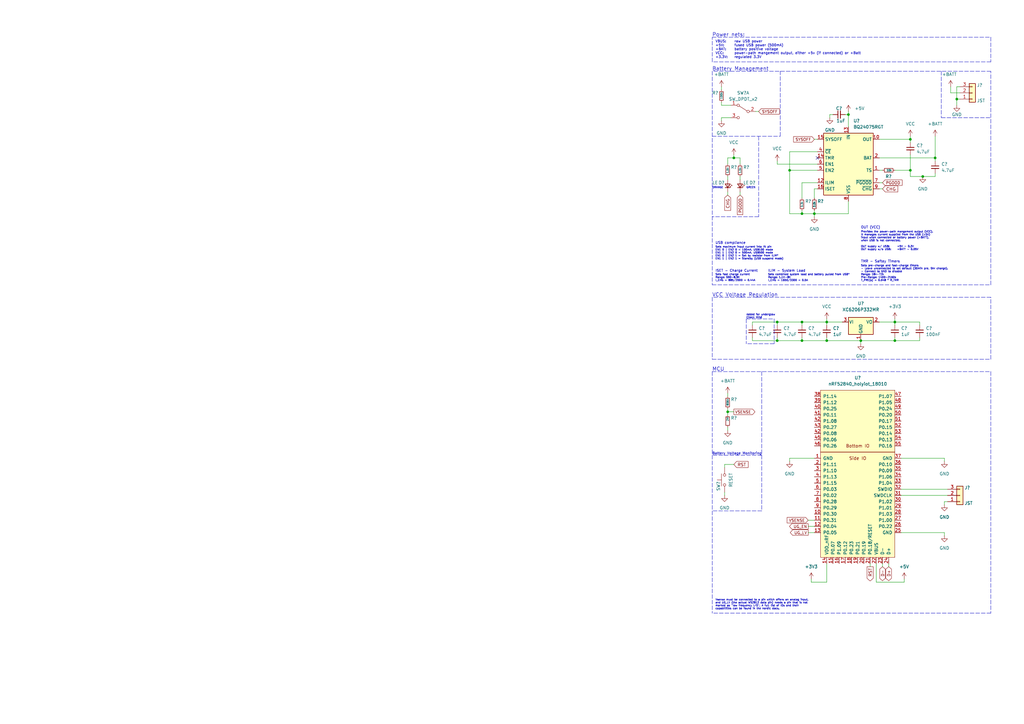
<source format=kicad_sch>
(kicad_sch (version 20211123) (generator eeschema)
  (paper "A3")
  (title_block (title "Forge 40 Plus - PCB Schematic") (date "2022-01-02") (rev "0.1") (company "Forge"))
  (lib_symbols
    (symbol "Battery_Management:BQ24075RGT"
      (property "Reference" "U" (at -8.89 13.97 0))
      (property "Value" "BQ24075RGT" (at 16.51 13.97 0))
      (symbol "BQ24075RGT_0_1"
        (rectangle (start -10.16 12.7) (end 10.16 -12.7) (stroke (width 0.254)) (fill (type background)))
      )
      (symbol "BQ24075RGT_1_1"
        (pin passive line (at 12.7 -2.54 180) (length 2.54) (name "TS") (number "1"))
        (pin power_out line (at 12.7 10.16 180) (length 2.54) (name "OUT") (number "10"))
        (pin passive line (at 12.7 10.16 180) (length 2.54) hide (name "OUT") (number "11"))
        (pin passive line (at -12.7 -7.62 0) (length 2.54) (name "ILIM") (number "12"))
        (pin power_in line (at 0 15.24 270) (length 2.54) (name "IN") (number "13"))
        (pin input line (at -12.7 2.54 0) (length 2.54) (name "TMR") (number "14"))
        (pin input line (at -12.7 10.16 0) (length 2.54) (name "SYSOFF") (number "15"))
        (pin passive line (at -12.7 -10.16 0) (length 2.54) (name "ISET") (number "16"))
        (pin passive line (at 0 -15.24 90) (length 2.54) hide (name "VSS") (number "17"))
        (pin power_out line (at 12.7 2.54 180) (length 2.54) (name "BAT") (number "2"))
        (pin passive line (at 12.7 2.54 180) (length 2.54) hide (name "BAT") (number "3"))
        (pin input line (at -12.7 5.08 0) (length 2.54) (name "~{CE}") (number "4"))
        (pin input line (at -12.7 -2.54 0) (length 2.54) (name "EN2") (number "5"))
        (pin input line (at -12.7 0 0) (length 2.54) (name "EN1") (number "6"))
        (pin open_collector line (at 12.7 -7.62 180) (length 2.54) (name "~{PGOOD}") (number "7"))
        (pin power_in line (at 0 -15.24 90) (length 2.54) (name "VSS") (number "8"))
        (pin open_collector line (at 12.7 -10.16 180) (length 2.54) (name "~{CHG}") (number "9"))
      )
    )
    (symbol "Connector_Generic:Conn_01x03" (pin_names (offset 1.016) hide)
      (property "Reference" "J" (at 0 5.08 0))
      (property "Value" "Conn_01x03" (at 0 -5.08 0))
      (symbol "Conn_01x03_1_1"
        (rectangle (start -1.27 -2.413) (end 0 -2.667) (stroke (width 0.1524)))
        (rectangle (start -1.27 0.127) (end 0 -0.127) (stroke (width 0.1524)))
        (rectangle (start -1.27 2.667) (end 0 2.413) (stroke (width 0.1524)))
        (rectangle (start -1.27 3.81) (end 1.27 -3.81) (stroke (width 0.254)) (fill (type background)))
        (pin passive line (at -5.08 2.54 0) (length 3.81) (name "Pin_1") (number "1"))
        (pin passive line (at -5.08 0 0) (length 3.81) (name "Pin_2") (number "2"))
        (pin passive line (at -5.08 -2.54 0) (length 3.81) (name "Pin_3") (number "3"))
      )
    )
    (symbol "Device:C_Small" (pin_numbers hide) (pin_names (offset 0.254) hide)
      (property "Reference" "C" (at 0.254 1.778 0))
      (property "Value" "C_Small" (at 0.254 -2.032 0))
      (symbol "C_Small_0_1"
        (polyline (pts (xy -1.524 -0.508) (xy 1.524 -0.508)) (stroke (width 0.3302)))
        (polyline (pts (xy -1.524 0.508) (xy 1.524 0.508)) (stroke (width 0.3048)))
      )
      (symbol "C_Small_1_1"
        (pin passive line (at 0 2.54 270) (length 2.032) (name "~") (number "1"))
        (pin passive line (at 0 -2.54 90) (length 2.032) (name "~") (number "2"))
      )
    )
    (symbol "Device:LED_Small" (pin_numbers hide) (pin_names (offset 0.254) hide)
      (property "Reference" "D" (at -1.27 3.175 0))
      (property "Value" "LED_Small" (at -4.445 -2.54 0))
      (symbol "LED_Small_0_1"
        (polyline (pts (xy -0.762 -1.016) (xy -0.762 1.016)) (stroke (width 0.254)))
        (polyline (pts (xy 1.016 0) (xy -0.762 0)))
        (polyline (pts (xy 0.762 -1.016) (xy -0.762 0) (xy 0.762 1.016) (xy 0.762 -1.016)) (stroke (width 0.254)))
        (polyline (pts (xy 0 0.762) (xy -0.508 1.27) (xy -0.254 1.27) (xy -0.508 1.27) (xy -0.508 1.016)))
        (polyline (pts (xy 0.508 1.27) (xy 0 1.778) (xy 0.254 1.778) (xy 0 1.778) (xy 0 1.524)))
      )
      (symbol "LED_Small_1_1"
        (pin passive line (at -2.54 0 0) (length 1.778) (name "K") (number "1"))
        (pin passive line (at 2.54 0 180) (length 1.778) (name "A") (number "2"))
      )
    )
    (symbol "Device:R_Small" (pin_numbers hide) (pin_names (offset 0.254) hide)
      (property "Reference" "R" (at 0.762 0.508 0))
      (property "Value" "R_Small" (at 0.762 -1.016 0))
      (symbol "R_Small_0_1"
        (rectangle (start -0.762 1.778) (end 0.762 -1.778) (stroke (width 0.2032)))
      )
      (symbol "R_Small_1_1"
        (pin passive line (at 0 2.54 270) (length 0.762) (name "~") (number "1"))
        (pin passive line (at 0 -2.54 90) (length 0.762) (name "~") (number "2"))
      )
    )
    (symbol "Regulator_Linear:XC6206PxxxMR" (pin_names (offset 0.254))
      (property "Reference" "U" (at -3.81 3.175 0))
      (property "Value" "XC6206PxxxMR" (at 0 3.175 0))
      (symbol "XC6206PxxxMR_0_1"
        (rectangle (start -5.08 1.905) (end 5.08 -5.08) (stroke (width 0.254)) (fill (type background)))
      )
      (symbol "XC6206PxxxMR_1_1"
        (pin power_in line (at 0 -7.62 90) (length 2.54) (name "GND") (number "1"))
        (pin power_out line (at 7.62 0 180) (length 2.54) (name "VO") (number "2"))
        (pin power_in line (at -7.62 0 0) (length 2.54) (name "VI") (number "3"))
      )
    )
    (symbol "Switch:SW_DPDT_x2" (pin_names (offset 0) hide)
      (property "Reference" "SW" (at 0 4.318 0))
      (property "Value" "SW_DPDT_x2" (at 0 -5.08 0))
      (symbol "SW_DPDT_x2_0_0"
        (circle (center -2.032 0) (radius 0.508))
        (circle (center 2.032 -2.54) (radius 0.508))
      )
      (symbol "SW_DPDT_x2_0_1"
        (polyline (pts (xy -1.524 0.254) (xy 1.651 2.286)))
        (circle (center 2.032 2.54) (radius 0.508))
      )
      (symbol "SW_DPDT_x2_1_1"
        (pin passive line (at 5.08 2.54 180) (length 2.54) (name "A") (number "1"))
        (pin passive line (at -5.08 0 0) (length 2.54) (name "B") (number "2"))
        (pin passive line (at 5.08 -2.54 180) (length 2.54) (name "C") (number "3"))
      )
      (symbol "SW_DPDT_x2_2_1"
        (pin passive line (at 5.08 2.54 180) (length 2.54) (name "A") (number "4"))
        (pin passive line (at -5.08 0 0) (length 2.54) (name "B") (number "5"))
        (pin passive line (at 5.08 -2.54 180) (length 2.54) (name "C") (number "6"))
      )
    )
    (symbol "Switch:SW_Push" (pin_numbers hide) (pin_names (offset 1.016) hide)
      (property "Reference" "SW" (at 1.27 2.54 0))
      (property "Value" "SW_Push" (at 0 -1.524 0))
      (symbol "SW_Push_0_1"
        (circle (center -2.032 0) (radius 0.508))
        (polyline (pts (xy 0 1.27) (xy 0 3.048)))
        (polyline (pts (xy 2.54 1.27) (xy -2.54 1.27)))
        (circle (center 2.032 0) (radius 0.508))
        (pin passive line (at -5.08 0 0) (length 2.54) (name "1") (number "1"))
        (pin passive line (at 5.08 0 180) (length 2.54) (name "2") (number "2"))
      )
    )
    (symbol "marbastlib-various:nRF52840_holyiot_18010" (pin_names (offset 1.016))
      (property "Reference" "U" (at -2.54 39.37 0))
      (property "Value" "nRF52840_holyiot_18010" (at 0 36.83 0))
      (symbol "nRF52840_holyiot_18010_0_0"
        (rectangle (start -15.24 8.89) (end 15.24 -34.29) (fill (type background)))
        (rectangle (start -15.24 8.89) (end 15.24 34.29) (fill (type background)))
        (text "Bottom IO" (at 0 11.43 0) (effects (font (size 1.27 1.27))))
        (text "Side IO" (at 0 6.35 0) (effects (font (size 1.27 1.27))))
      )
      (symbol "nRF52840_holyiot_18010_1_1"
        (pin power_in line (at -17.78 6.35 0) (length 2.54) (name "GND") (number "1"))
        (pin bidirectional line (at -17.78 -16.51 0) (length 2.54) (name "P0.30") (number "10"))
        (pin bidirectional line (at -17.78 -19.05 0) (length 2.54) (name "P0.31") (number "11"))
        (pin bidirectional line (at -17.78 -21.59 0) (length 2.54) (name "P0.04") (number "12"))
        (pin bidirectional line (at -17.78 -24.13 0) (length 2.54) (name "P0.05") (number "13"))
        (pin power_in line (at -12.7 -36.83 90) (length 2.54) (name "VDD_nRF") (number "14"))
        (pin bidirectional line (at -10.16 -36.83 90) (length 2.54) (name "P0.07") (number "15"))
        (pin bidirectional line (at -7.62 -36.83 90) (length 2.54) (name "P1.09") (number "16"))
        (pin bidirectional line (at -5.08 -36.83 90) (length 2.54) (name "P0.12") (number "17"))
        (pin bidirectional line (at -2.54 -36.83 90) (length 2.54) (name "P0.23") (number "18"))
        (pin bidirectional line (at 0 -36.83 90) (length 2.54) (name "P0.21") (number "19"))
        (pin bidirectional line (at -17.78 3.81 0) (length 2.54) (name "P1.11") (number "2"))
        (pin bidirectional line (at 2.54 -36.83 90) (length 2.54) (name "P0.19") (number "20"))
        (pin input line (at 5.08 -36.83 90) (length 2.54) (name "P0.18/RESET") (number "21"))
        (pin power_in line (at 7.62 -36.83 90) (length 2.54) (name "VBUS") (number "22"))
        (pin bidirectional line (at 10.16 -36.83 90) (length 2.54) (name "D-") (number "23"))
        (pin bidirectional line (at 12.7 -36.83 90) (length 2.54) (name "D+") (number "24"))
        (pin power_in line (at 17.78 -24.13 180) (length 2.54) (name "GND") (number "25"))
        (pin bidirectional line (at 17.78 -21.59 180) (length 2.54) (name "P0.22") (number "26"))
        (pin bidirectional line (at 17.78 -19.05 180) (length 2.54) (name "P1.00") (number "27"))
        (pin bidirectional line (at 17.78 -16.51 180) (length 2.54) (name "P1.03") (number "28"))
        (pin bidirectional line (at 17.78 -13.97 180) (length 2.54) (name "P1.01") (number "29"))
        (pin bidirectional line (at -17.78 1.27 0) (length 2.54) (name "P1.10") (number "3"))
        (pin bidirectional line (at 17.78 -11.43 180) (length 2.54) (name "P1.02") (number "30"))
        (pin bidirectional line (at 17.78 -8.89 180) (length 2.54) (name "SWDCLK") (number "31"))
        (pin bidirectional line (at 17.78 -6.35 180) (length 2.54) (name "SWDIO") (number "32"))
        (pin bidirectional line (at 17.78 -3.81 180) (length 2.54) (name "P1.04") (number "33"))
        (pin bidirectional line (at 17.78 -1.27 180) (length 2.54) (name "P1.06") (number "34"))
        (pin bidirectional line (at 17.78 1.27 180) (length 2.54) (name "P0.09") (number "35"))
        (pin bidirectional line (at 17.78 3.81 180) (length 2.54) (name "P0.10") (number "36"))
        (pin power_in line (at 17.78 6.35 180) (length 2.54) (name "GND") (number "37"))
        (pin bidirectional line (at -17.78 31.75 0) (length 2.54) (name "P1.14") (number "38"))
        (pin bidirectional line (at -17.78 29.21 0) (length 2.54) (name "P1.12") (number "39"))
        (pin bidirectional line (at -17.78 -1.27 0) (length 2.54) (name "P1.13") (number "4"))
        (pin bidirectional line (at -17.78 26.67 0) (length 2.54) (name "P0.25") (number "40"))
        (pin bidirectional line (at -17.78 24.13 0) (length 2.54) (name "P0.11") (number "41"))
        (pin bidirectional line (at -17.78 16.51 0) (length 2.54) (name "P0.08") (number "42"))
        (pin bidirectional line (at -17.78 21.59 0) (length 2.54) (name "P1.08") (number "42"))
        (pin bidirectional line (at -17.78 19.05 0) (length 2.54) (name "P0.27") (number "43"))
        (pin bidirectional line (at -17.78 13.97 0) (length 2.54) (name "P0.06") (number "45"))
        (pin bidirectional line (at -17.78 11.43 0) (length 2.54) (name "P0.26") (number "46"))
        (pin bidirectional line (at 17.78 31.75 180) (length 2.54) (name "P1.07") (number "47"))
        (pin bidirectional line (at 17.78 29.21 180) (length 2.54) (name "P1.05") (number "48"))
        (pin bidirectional line (at 17.78 26.67 180) (length 2.54) (name "P0.24") (number "49"))
        (pin bidirectional line (at -17.78 -3.81 0) (length 2.54) (name "P1.15") (number "5"))
        (pin bidirectional line (at 17.78 24.13 180) (length 2.54) (name "P0.20") (number "50"))
        (pin bidirectional line (at 17.78 21.59 180) (length 2.54) (name "P0.17") (number "51"))
        (pin bidirectional line (at 17.78 19.05 180) (length 2.54) (name "P0.15") (number "52"))
        (pin bidirectional line (at 17.78 16.51 180) (length 2.54) (name "P0.14") (number "53"))
        (pin bidirectional line (at 17.78 13.97 180) (length 2.54) (name "P0.13") (number "54"))
        (pin bidirectional line (at 17.78 11.43 180) (length 2.54) (name "P0.16") (number "55"))
        (pin bidirectional line (at -17.78 -6.35 0) (length 2.54) (name "P0.03") (number "6"))
        (pin bidirectional line (at -17.78 -8.89 0) (length 2.54) (name "P0.02") (number "7"))
        (pin bidirectional line (at -17.78 -11.43 0) (length 2.54) (name "P0.28") (number "8"))
        (pin bidirectional line (at -17.78 -13.97 0) (length 2.54) (name "P0.29") (number "9"))
      )
    )
    (symbol "power:+3.3V" (power) (pin_names (offset 0))
      (property "Value" "+3.3V" (at 0 3.556 0))
      (symbol "+3.3V_0_1"
        (polyline (pts (xy -0.762 1.27) (xy 0 2.54)))
        (polyline (pts (xy 0 0) (xy 0 2.54)))
        (polyline (pts (xy 0 2.54) (xy 0.762 1.27)))
      )
      (symbol "+3.3V_1_1"
        (pin power_in line (at 0 0 90) (length 0) hide (name "+3V3") (number "1"))
      )
    )
    (symbol "power:+5V" (power) (pin_names (offset 0))
      (property "Value" "+5V" (at 0 3.556 0))
      (symbol "+5V_0_1"
        (polyline (pts (xy -0.762 1.27) (xy 0 2.54)))
        (polyline (pts (xy 0 0) (xy 0 2.54)))
        (polyline (pts (xy 0 2.54) (xy 0.762 1.27)))
      )
      (symbol "+5V_1_1"
        (pin power_in line (at 0 0 90) (length 0) hide (name "+5V") (number "1"))
      )
    )
    (symbol "power:+BATT" (power) (pin_names (offset 0))
      (property "Value" "+BATT" (at 0 3.556 0))
      (symbol "+BATT_0_1"
        (polyline (pts (xy -0.762 1.27) (xy 0 2.54)))
        (polyline (pts (xy 0 0) (xy 0 2.54)))
        (polyline (pts (xy 0 2.54) (xy 0.762 1.27)))
      )
      (symbol "+BATT_1_1"
        (pin power_in line (at 0 0 90) (length 0) hide (name "+BATT") (number "1"))
      )
    )
    (symbol "power:GND" (power) (pin_names (offset 0))
      (property "Value" "GND" (at 0 -3.81 0))
      (symbol "GND_0_1"
        (polyline (pts (xy 0 0) (xy 0 -1.27) (xy 1.27 -1.27) (xy 0 -2.54) (xy -1.27 -1.27) (xy 0 -1.27)))
      )
      (symbol "GND_1_1"
        (pin power_in line (at 0 0 270) (length 0) hide (name "GND") (number "1"))
      )
    )
    (symbol "power:VCC" (power) (pin_names (offset 0))
      (property "Value" "VCC" (at 0 3.81 0))
      (symbol "VCC_0_1"
        (polyline (pts (xy -0.762 1.27) (xy 0 2.54)))
        (polyline (pts (xy 0 0) (xy 0 2.54)))
        (polyline (pts (xy 0 2.54) (xy 0.762 1.27)))
      )
      (symbol "VCC_1_1"
        (pin power_in line (at 0 0 90) (length 0) hide (name "VCC") (number "1"))
      )
    )
  )
  (junction (at 334.01 87.63))
  (junction (at 353.06 139.7))
  (junction (at 328.93 139.7))
  (junction (at 392.43 40.64))
  (junction (at 339.09 132.08))
  (junction (at 318.77 139.7))
  (junction (at 347.98 46.99))
  (junction (at 328.93 87.63))
  (junction (at 383.54 64.77))
  (junction (at 298.45 168.91))
  (junction (at 318.77 132.08))
  (junction (at 300.99 64.77))
  (junction (at 378.46 72.39))
  (junction (at 367.03 139.7))
  (junction (at 373.38 57.15))
  (junction (at 367.03 132.08))
  (junction (at 328.93 132.08))
  (junction (at 323.85 69.85))
  (junction (at 373.38 69.85))
  (junction (at 339.09 139.7))
  (no_connect (at 335.28 64.77))
  (wire (pts (xy 360.68 64.77) (xy 383.54 64.77)))
  (wire (pts (xy 387.35 218.44) (xy 387.35 219.71)))
  (wire (pts (xy 393.7 40.64) (xy 392.43 40.64)))
  (wire (pts (xy 331.47 213.36) (xy 334.01 213.36)))
  (wire (pts (xy 346.71 46.99) (xy 347.98 46.99)))
  (polyline (pts (xy 311.15 55.88) (xy 311.15 88.9)))
  (wire (pts (xy 299.72 43.18) (xy 295.91 43.18)))
  (wire (pts (xy 328.93 86.36) (xy 328.93 87.63)))
  (wire (pts (xy 334.01 87.63) (xy 347.98 87.63)))
  (polyline (pts (xy 292.1 55.88) (xy 320.04 55.88)))
  (wire (pts (xy 377.19 132.08) (xy 377.19 133.35)))
  (polyline (pts (xy 406.4 152.4) (xy 406.4 251.46)))
  (polyline (pts (xy 320.04 55.88) (xy 320.04 29.21)))
  (wire (pts (xy 318.77 132.08) (xy 328.93 132.08)))
  (wire (pts (xy 298.45 67.31) (xy 298.45 64.77)))
  (wire (pts (xy 298.45 64.77) (xy 300.99 64.77)))
  (wire (pts (xy 360.68 77.47) (xy 361.95 77.47)))
  (wire (pts (xy 328.93 87.63) (xy 334.01 87.63)))
  (wire (pts (xy 335.28 62.23) (xy 323.85 62.23)))
  (polyline (pts (xy 292.1 25.4) (xy 292.1 15.24)))
  (wire (pts (xy 339.09 231.14) (xy 339.09 238.76)))
  (wire (pts (xy 360.68 57.15) (xy 373.38 57.15)))
  (wire (pts (xy 373.38 57.15) (xy 373.38 58.42)))
  (wire (pts (xy 332.74 238.76) (xy 332.74 237.49)))
  (wire (pts (xy 353.06 139.7) (xy 367.03 139.7)))
  (wire (pts (xy 298.45 168.91) (xy 300.99 168.91)))
  (polyline (pts (xy 306.07 130.81) (xy 306.07 140.97)))
  (wire (pts (xy 328.93 138.43) (xy 328.93 139.7)))
  (polyline (pts (xy 406.4 121.92) (xy 292.1 121.92)))
  (polyline (pts (xy 292.1 152.4) (xy 292.1 251.46)))
  (wire (pts (xy 383.54 55.88) (xy 383.54 64.77)))
  (wire (pts (xy 383.54 64.77) (xy 383.54 66.04)))
  (wire (pts (xy 392.43 43.18) (xy 392.43 40.64)))
  (wire (pts (xy 369.57 200.66) (xy 388.62 200.66)))
  (wire (pts (xy 339.09 138.43) (xy 339.09 139.7)))
  (polyline (pts (xy 311.15 88.9) (xy 292.1 88.9)))
  (wire (pts (xy 328.93 132.08) (xy 339.09 132.08)))
  (wire (pts (xy 297.18 201.93) (xy 297.18 203.2)))
  (wire (pts (xy 378.46 72.39) (xy 383.54 72.39)))
  (wire (pts (xy 303.53 64.77) (xy 303.53 67.31)))
  (wire (pts (xy 383.54 71.12) (xy 383.54 72.39)))
  (wire (pts (xy 393.7 38.1) (xy 389.89 38.1)))
  (wire (pts (xy 295.91 48.26) (xy 295.91 49.53)))
  (wire (pts (xy 388.62 205.74) (xy 387.35 205.74)))
  (wire (pts (xy 373.38 72.39) (xy 378.46 72.39)))
  (wire (pts (xy 299.72 48.26) (xy 295.91 48.26)))
  (wire (pts (xy 367.03 139.7) (xy 377.19 139.7)))
  (wire (pts (xy 367.03 132.08) (xy 367.03 133.341)))
  (wire (pts (xy 360.68 74.93) (xy 361.95 74.93)))
  (wire (pts (xy 356.87 231.14) (xy 356.87 232.41)))
  (wire (pts (xy 328.93 133.35) (xy 328.93 132.08)))
  (wire (pts (xy 387.35 187.96) (xy 387.35 189.23)))
  (wire (pts (xy 339.09 139.7) (xy 353.06 139.7)))
  (wire (pts (xy 323.85 69.85) (xy 323.85 87.63)))
  (wire (pts (xy 298.45 168.91) (xy 298.45 170.18)))
  (wire (pts (xy 318.77 66.04) (xy 318.77 67.31)))
  (polyline (pts (xy 292.1 147.32) (xy 406.4 147.32)))
  (wire (pts (xy 318.77 132.08) (xy 318.77 133.35)))
  (polyline (pts (xy 292.1 152.4) (xy 406.4 152.4)))
  (wire (pts (xy 339.09 132.08) (xy 345.44 132.08)))
  (wire (pts (xy 369.57 187.96) (xy 387.35 187.96)))
  (wire (pts (xy 377.19 138.43) (xy 377.19 139.7)))
  (wire (pts (xy 334.01 86.36) (xy 334.01 87.63)))
  (polyline (pts (xy 312.42 186.69) (xy 312.42 209.55)))
  (polyline (pts (xy 406.4 15.24) (xy 406.4 25.4)))
  (wire (pts (xy 347.98 82.55) (xy 347.98 87.63)))
  (wire (pts (xy 323.85 87.63) (xy 328.93 87.63)))
  (polyline (pts (xy 312.42 186.69) (xy 292.1 186.69)))
  (wire (pts (xy 367.03 69.85) (xy 373.38 69.85)))
  (wire (pts (xy 318.77 139.7) (xy 318.77 138.43)))
  (wire (pts (xy 308.61 132.08) (xy 308.61 133.35)))
  (wire (pts (xy 331.47 218.44) (xy 334.01 218.44)))
  (wire (pts (xy 334.01 57.15) (xy 335.28 57.15)))
  (wire (pts (xy 370.84 237.49) (xy 370.84 238.76)))
  (wire (pts (xy 361.95 231.14) (xy 361.95 232.41)))
  (wire (pts (xy 300.99 63.5) (xy 300.99 64.77)))
  (polyline (pts (xy 406.4 29.21) (xy 292.1 29.21)))
  (wire (pts (xy 311.15 45.72) (xy 309.88 45.72)))
  (wire (pts (xy 367.03 130.81) (xy 367.03 132.08)))
  (wire (pts (xy 303.53 72.39) (xy 303.53 73.66)))
  (wire (pts (xy 353.06 139.7) (xy 353.06 140.97)))
  (wire (pts (xy 318.77 139.7) (xy 328.93 139.7)))
  (wire (pts (xy 303.53 78.74) (xy 303.53 80.01)))
  (wire (pts (xy 297.18 190.5) (xy 300.99 190.5)))
  (wire (pts (xy 297.18 191.77) (xy 297.18 190.5)))
  (wire (pts (xy 328.93 139.7) (xy 339.09 139.7)))
  (polyline (pts (xy 317.5 130.81) (xy 317.5 140.97)))
  (wire (pts (xy 295.91 35.56) (xy 295.91 36.83)))
  (polyline (pts (xy 386.08 29.21) (xy 386.08 48.26)))
  (wire (pts (xy 331.47 215.9) (xy 334.01 215.9)))
  (wire (pts (xy 373.38 55.88) (xy 373.38 57.15)))
  (wire (pts (xy 328.93 74.93) (xy 328.93 81.28)))
  (polyline (pts (xy 292.1 15.24) (xy 406.4 15.24)))
  (wire (pts (xy 334.01 87.63) (xy 334.01 88.9)))
  (polyline (pts (xy 312.42 152.4) (xy 312.42 186.69)))
  (wire (pts (xy 359.41 231.14) (xy 359.41 238.76)))
  (wire (pts (xy 308.61 132.08) (xy 318.77 132.08)))
  (wire (pts (xy 295.91 41.91) (xy 295.91 43.18)))
  (wire (pts (xy 335.28 74.93) (xy 328.93 74.93)))
  (wire (pts (xy 347.98 46.99) (xy 347.98 52.07)))
  (wire (pts (xy 392.43 40.64) (xy 392.43 35.56)))
  (wire (pts (xy 339.09 132.08) (xy 339.09 133.35)))
  (wire (pts (xy 369.57 203.2) (xy 388.62 203.2)))
  (polyline (pts (xy 406.4 116.84) (xy 406.4 29.21)))
  (wire (pts (xy 300.99 64.77) (xy 303.53 64.77)))
  (wire (pts (xy 360.68 132.08) (xy 367.03 132.08)))
  (wire (pts (xy 323.85 69.85) (xy 335.28 69.85)))
  (polyline (pts (xy 406.4 251.46) (xy 292.1 251.46)))
  (wire (pts (xy 359.41 238.76) (xy 370.84 238.76)))
  (polyline (pts (xy 292.1 29.21) (xy 292.1 116.84)))
  (wire (pts (xy 340.36 46.99) (xy 340.36 48.26)))
  (wire (pts (xy 308.61 139.7) (xy 318.77 139.7)))
  (wire (pts (xy 323.85 187.96) (xy 323.85 189.23)))
  (wire (pts (xy 298.45 167.64) (xy 298.45 168.91)))
  (polyline (pts (xy 292.1 116.84) (xy 406.4 116.84)))
  (polyline (pts (xy 317.5 140.97) (xy 306.07 140.97)))
  (polyline (pts (xy 306.07 130.81) (xy 317.5 130.81)))
  (wire (pts (xy 367.03 138.421) (xy 367.03 139.7)))
  (polyline (pts (xy 312.42 209.55) (xy 292.1 209.55)))
  (wire (pts (xy 334.01 187.96) (xy 323.85 187.96)))
  (polyline (pts (xy 292.1 121.92) (xy 292.1 147.32)))
  (wire (pts (xy 360.68 69.85) (xy 361.95 69.85)))
  (wire (pts (xy 347.98 45.72) (xy 347.98 46.99)))
  (wire (pts (xy 298.45 175.26) (xy 298.45 176.53)))
  (wire (pts (xy 339.09 130.81) (xy 339.09 132.08)))
  (wire (pts (xy 373.38 69.85) (xy 373.38 72.39)))
  (wire (pts (xy 367.03 132.08) (xy 377.19 132.08)))
  (polyline (pts (xy 406.4 147.32) (xy 406.4 121.92)))
  (polyline (pts (xy 386.08 48.26) (xy 406.4 48.26)))
  (wire (pts (xy 298.45 78.74) (xy 298.45 80.01)))
  (wire (pts (xy 308.61 139.7) (xy 308.61 138.43)))
  (polyline (pts (xy 406.4 25.4) (xy 292.1 25.4)))
  (wire (pts (xy 369.57 218.44) (xy 387.35 218.44)))
  (wire (pts (xy 364.49 231.14) (xy 364.49 232.41)))
  (wire (pts (xy 335.28 77.47) (xy 334.01 77.47)))
  (wire (pts (xy 389.89 35.56) (xy 389.89 38.1)))
  (wire (pts (xy 334.01 77.47) (xy 334.01 81.28)))
  (wire (pts (xy 393.7 35.56) (xy 392.43 35.56)))
  (wire (pts (xy 323.85 62.23) (xy 323.85 69.85)))
  (wire (pts (xy 298.45 73.66) (xy 298.45 72.39)))
  (wire (pts (xy 387.35 205.74) (xy 387.35 207.01)))
  (wire (pts (xy 373.38 63.5) (xy 373.38 69.85)))
  (wire (pts (xy 318.77 67.31) (xy 335.28 67.31)))
  (wire (pts (xy 341.63 46.99) (xy 340.36 46.99)))
  (wire (pts (xy 332.74 238.76) (xy 339.09 238.76)))
  (wire (pts (xy 298.45 161.29) (xy 298.45 162.56)))
  (text "TMR - Saftey Timers" (at 353.06 107.95 0) (effects (font (size 1 1)) (justify left bottom)))
  (text "Sets combined system load and battery pulled from USB*\nRange: 1.1K-8K\nI_CHG = 1650/3300 = 0.5A" (at 314.96 115.57 0) (effects (font (size 0.75 0.75)) (justify left bottom)))
  (text "GREEN" (at 306.07 77.47 0) (effects (font (size 0.75 0.75)) (justify left bottom)))
  (text "ILIM - System Load" (at 314.96 111.76 0) (effects (font (size 1 1)) (justify left bottom)))
  (text "Power nets:" (at 292.1 15.24 0) (effects (font (size 1.5 1.5)) (justify left bottom)))
  (text "USB compliance" (at 293.37 100.33 0) (effects (font (size 1 1)) (justify left bottom)))
  (text "Provides the power-path mangement output (VCC).\nIt manages current supplied from the USB (+5V)\ninput when connected or battery power (+BATT),\nwhen USB is not connected.\n\nOUT supply w/ USB:	+5V - 0.3V\nOUT supply w/o USB:	+BATT - 0.05V" (at 353.06 102.87 0) (effects (font (size 0.75 0.75)) (justify left bottom)))
  (text "Sets fast charge current\nRange: 590-8.9K\nI_CHG = 885/2000 = 0.44A" (at 293.37 115.57 0) (effects (font (size 0.75 0.75)) (justify left bottom)))
  (text "ORANGE" (at 292.1 77.47 0) (effects (font (size 0.75 0.75)) (justify left bottom)))
  (text "Battery Voltage Monitoring" (at 292.1 186.69 0) (effects (font (size 1 1)) (justify left bottom)))
  (text "Battery Management" (at 292.1 29.21 0) (effects (font (size 1.5 1.5)) (justify left bottom)))
  (text "MCU" (at 292.1 152.4 0) (effects (font (size 1.5 1.5)) (justify left bottom)))
  (text "OUT (VCC)" (at 353.06 93.98 0) (effects (font (size 1 1)) (justify left bottom)))
  (text "Sets maximum input current into IN pin\nEN1 0 | EN2 0 = 100mA. USB100 mode\nEN1 1 | EN2 0 = 500mA. USB500 mode\nEN1 0 | EN2 1 = Set by resistor from ILIM*\nEN1 1 | EN2 1 = Standby (USB suspend mode)" (at 293.37 106.68 0) (effects (font (size 0.75 0.75)) (justify left bottom)))
  (text "VBUS:	raw USB power\n+5V:	fused USB power (500mA)\n+BAT:	battery positive voltage\nVCC:	power-path mangement output, either +5v (if connected) or +Batt\n+3.3V:	regulated 3.3V" (at 293.37 24.13 0) (effects (font (size 1 1)) (justify left bottom)))
  (text "ISET - Charge Current" (at 293.37 111.76 0) (effects (font (size 1 1)) (justify left bottom)))
  (text "VCC Voltage Regulation" (at 292.1 121.92 0) (effects (font (size 1.5 1.5)) (justify left bottom)))
  (text "Added for underglow\nCheck this!" (at 306.07 130.81 0) (effects (font (size 0.75 0.75)) (justify left bottom)))
  (text "Vsense must be connected to a pin which offers an analog input, \nand UG_LV (the actual WS2812 data pin) needs a pin that is not \nmarked as \"low frequency I/O\". A full list of IOs and their \ncapabilities can be found in the nordic docs. " (at 293.37 250.19 0) (effects (font (size 0.75 0.75)) (justify left bottom)))
  (text "Sets pre-charge and fast-charge timers\n- Leave unconnected to set default (30min pre, 5hr charge).\n- Connect to GND to disable\nRange: 18k-72k\nPre-Range: 1400-2160s\nT_PRE(s) = 0.048 * R_TMR" (at 353.06 115.57 0) (effects (font (size 0.75 0.75)) (justify left bottom)))
  (global_label "D+" (shape bidirectional) (at 364.49 232.41 270) (effects (font (size 1.15 1.15))) (property "Intersheet References" "${INTERSHEET_REFS}" (effects hide)))
  (global_label "VSENSE" (shape output) (at 300.99 168.91 0) (effects (font (size 1.15 1.15))) (property "Intersheet References" "${INTERSHEET_REFS}" (effects hide)))
  (global_label "VSENSE" (shape input) (at 331.47 213.36 180) (effects (font (size 1.15 1.15))) (property "Intersheet References" "${INTERSHEET_REFS}" (effects hide)))
  (global_label "CHG" (shape input) (at 361.95 77.47 0) (property "Intersheet References" "${INTERSHEET_REFS}" (effects hide)))
  (global_label "RST" (shape input) (at 300.99 190.5 0) (property "Intersheet References" "${INTERSHEET_REFS}" (effects hide)))
  (global_label "D-" (shape bidirectional) (at 361.95 232.41 270) (effects (font (size 1.15 1.15))) (property "Intersheet References" "${INTERSHEET_REFS}" (effects hide)))
  (global_label "PGOOD" (shape input) (at 361.95 74.93 0) (effects (font (size 1.15 1.15))) (property "Intersheet References" "${INTERSHEET_REFS}" (effects hide)))
  (global_label "UG_EN" (shape output) (at 331.47 215.9 180) (effects (font (size 1.15 1.15))) (property "Intersheet References" "${INTERSHEET_REFS}" (effects hide)))
  (global_label "CHG" (shape input) (at 298.45 80.01 270) (property "Intersheet References" "${INTERSHEET_REFS}" (effects hide)))
  (global_label "SYSOFF" (shape input) (at 334.01 57.15 180) (effects (font (size 1.15 1.15))) (property "Intersheet References" "${INTERSHEET_REFS}" (effects hide)))
  (global_label "UG_LV" (shape output) (at 331.47 218.44 180) (effects (font (size 1.15 1.15))) (property "Intersheet References" "${INTERSHEET_REFS}" (effects hide)))
  (global_label "PGOOD" (shape input) (at 303.53 80.01 270) (effects (font (size 1.15 1.15))) (property "Intersheet References" "${INTERSHEET_REFS}" (effects hide)))
  (global_label "RST" (shape output) (at 356.87 232.41 270) (property "Intersheet References" "${INTERSHEET_REFS}" (effects hide)))
  (global_label "SYSOFF" (shape input) (at 311.15 45.72 0) (effects (font (size 1.15 1.15))) (property "Intersheet References" "${INTERSHEET_REFS}" (effects hide)))
  (symbol (lib_id "Device:C_Small") (at 344.17 46.99 90) (unit 1)
    (property "Reference" "C?" (at 345.44 44.45 90) (effects (justify left)))
    (property "Value" "1uF" (at 346.71 49.53 90) (effects (justify left)))
  )
  (symbol (lib_id "power:GND") (at 387.35 219.71 0) (unit 1)
    (property "Reference" "#PWR?" (effects hide))
    (property "Value" "GND" (at 387.35 224.79 0))
  )
  (symbol (lib_id "power:GND") (at 387.35 189.23 0) (unit 1)
    (property "Reference" "#PWR?" (effects hide))
    (property "Value" "GND" (at 387.35 194.31 0))
  )
  (symbol (lib_id "Device:R_Small") (at 298.45 172.72 0) (unit 1)
    (property "Reference" "R?" (at 299.72 171.45 0) (effects (justify left)))
    (property "Value" "2M" (at 298.45 172.72 90) (effects (font (size 0.75 0.75)) (justify left)))
  )
  (symbol (lib_id "Connector_Generic:Conn_01x03") (at 398.78 38.1 0) (mirror x) (unit 1)
    (property "Reference" "J?" (at 400.685 34.925 0) (effects (justify left)))
    (property "Value" "JST" (at 400.685 41.275 0) (effects (justify left)))
  )
  (symbol (lib_id "Device:R_Small") (at 295.91 39.37 0) (mirror y) (unit 1)
    (property "Reference" "R?" (at 294.64 38.1 0) (effects (justify left)))
    (property "Value" "100k" (at 295.91 40.64 90) (effects (font (size 0.75 0.75)) (justify left)))
  )
  (symbol (lib_id "Device:C_Small") (at 308.61 135.89 0) (unit 1)
    (property "Reference" "C?" (at 311.15 134.6262 0) (effects (justify left)))
    (property "Value" "4.7uF" (at 311.15 137.1662 0) (effects (justify left)))
  )
  (symbol (lib_id "power:+BATT") (at 298.45 161.29 0) (unit 1)
    (property "Reference" "#PWR?" (effects hide))
    (property "Value" "+BATT" (at 298.45 156.21 0))
  )
  (symbol (lib_id "power:+5V") (at 347.98 45.72 0) (unit 1)
    (property "Reference" "#PWR?" (effects hide))
    (property "Value" "+5V" (at 350.52 44.4499 0) (effects (justify left)))
  )
  (symbol (lib_id "Device:C_Small") (at 377.19 135.89 0) (unit 1)
    (property "Reference" "C?" (at 379.73 134.6262 0) (effects (justify left)))
    (property "Value" "100nF" (at 379.73 137.1662 0) (effects (justify left)))
  )
  (symbol (lib_id "Device:R_Small") (at 298.45 165.1 0) (unit 1)
    (property "Reference" "R?" (at 299.72 163.83 0) (effects (justify left)))
    (property "Value" "806k" (at 298.45 166.37 90) (effects (font (size 0.75 0.75)) (justify left)))
  )
  (symbol (lib_id "Device:R_Small") (at 334.01 83.82 0) (unit 1)
    (property "Reference" "R?" (at 335.28 82.55 0) (effects (justify left)))
    (property "Value" "2.0k" (at 334.01 85.09 90) (effects (font (size 0.75 0.75)) (justify left)))
  )
  (symbol (lib_id "Device:C_Small") (at 318.77 135.89 0) (unit 1)
    (property "Reference" "C?" (at 321.31 134.6262 0) (effects (justify left)))
    (property "Value" "4.7uF" (at 321.31 137.1662 0) (effects (justify left)))
  )
  (symbol (lib_id "Battery_Management:BQ24075RGT") (at 347.98 67.31 0) (unit 1)
    (property "Reference" "U?" (at 349.9994 49.53 0) (effects (justify left)))
    (property "Value" "BQ24075RGT" (at 349.9994 52.07 0) (effects (justify left)))
    (property "Footprint" "Package_DFN_QFN:VQFN-16-1EP_3x3mm_P0.5mm_EP1.6x1.6mm" (effects hide))
    (property "Datasheet" "http://www.ti.com/lit/ds/symlink/bq24075.pdf" (effects hide))
  )
  (symbol (lib_id "Regulator_Linear:XC6206PxxxMR") (at 353.06 132.08 0) (unit 1)
    (property "Reference" "U?" (at 353.06 124.46 0))
    (property "Value" "XC6206P332MR" (at 353.06 127 0))
    (property "Footprint" "Package_TO_SOT_SMD:SOT-23" (effects hide))
    (property "Datasheet" "https://www.torexsemi.com/file/xc6206/XC6206.pdf" (effects hide))
  )
  (symbol (lib_id "Switch:SW_DPDT_x2") (at 304.8 45.72 0) (mirror y) (unit 1)
    (property "Reference" "SW?" (at 304.8 38.1 0))
    (property "Value" "SW_DPDT_x2" (at 304.8 40.64 0))
  )
  (symbol (lib_id "power:VCC") (at 318.77 66.04 0) (unit 1)
    (property "Reference" "#PWR?" (effects hide))
    (property "Value" "VCC" (at 318.77 60.96 0))
  )
  (symbol (lib_id "power:GND") (at 323.85 189.23 0) (unit 1)
    (property "Reference" "#PWR?" (effects hide))
    (property "Value" "GND" (at 323.85 194.31 0))
  )
  (symbol (lib_id "power:GND") (at 340.36 48.26 0) (unit 1)
    (property "Reference" "#PWR?" (effects hide))
    (property "Value" "GND" (at 340.36 53.34 0))
  )
  (symbol (lib_id "power:GND") (at 298.45 176.53 0) (unit 1)
    (property "Reference" "#PWR?" (effects hide))
    (property "Value" "GND" (at 298.45 181.61 0))
  )
  (symbol (lib_id "power:GND") (at 297.18 203.2 0) (mirror y) (unit 1)
    (property "Reference" "#PWR?" (effects hide))
    (property "Value" "GND" (at 297.18 208.28 0))
  )
  (symbol (lib_id "power:VCC") (at 373.38 55.88 0) (unit 1)
    (property "Reference" "#PWR?" (effects hide))
    (property "Value" "VCC" (at 373.38 50.8 0))
  )
  (symbol (lib_id "power:VCC") (at 339.09 130.81 0) (unit 1)
    (property "Reference" "#PWR?" (effects hide))
    (property "Value" "VCC" (at 339.09 125.73 0))
  )
  (symbol (lib_id "power:GND") (at 334.01 88.9 0) (unit 1)
    (property "Reference" "#PWR?" (effects hide))
    (property "Value" "GND" (at 334.01 93.98 0))
  )
  (symbol (lib_id "Switch:SW_Push") (at 297.18 196.85 90) (unit 1)
    (property "Reference" "SW?" (at 294.64 199.39 0))
    (property "Value" "RESET" (at 299.72 196.85 0))
  )
  (symbol (lib_id "Device:LED_Small") (at 303.53 76.2 270) (mirror x) (unit 1)
    (property "Reference" "D?" (at 307.34 74.93 90) (effects (justify left)))
    (property "Value" "LE" (at 304.8 74.93 90) (effects (justify left)))
  )
  (symbol (lib_id "Device:C_Small") (at 367.03 135.881 0) (unit 1)
    (property "Reference" "C?" (at 369.57 134.6172 0) (effects (justify left)))
    (property "Value" "1uF" (at 369.57 137.1572 0) (effects (justify left)))
  )
  (symbol (lib_id "power:GND") (at 295.91 49.53 0) (mirror y) (unit 1)
    (property "Reference" "#PWR?" (effects hide))
    (property "Value" "GND" (at 295.91 54.61 0))
  )
  (symbol (lib_id "Device:C_Small") (at 383.54 68.58 0) (unit 1)
    (property "Reference" "C?" (at 386.08 67.3162 0) (effects (justify left)))
    (property "Value" "4.7uF" (at 386.08 69.8562 0) (effects (justify left)))
  )
  (symbol (lib_id "power:+BATT") (at 389.89 35.56 0) (mirror y) (unit 1)
    (property "Reference" "#PWR?" (effects hide))
    (property "Value" "+BATT" (at 392.43 30.48 0) (effects (justify left)))
  )
  (symbol (lib_id "power:+3.3V") (at 332.74 237.49 0) (unit 1)
    (property "Reference" "#PWR?" (effects hide))
    (property "Value" "+3.3V" (at 332.74 232.41 0))
  )
  (symbol (lib_id "power:+BATT") (at 295.91 35.56 0) (mirror y) (unit 1)
    (property "Reference" "#PWR?" (effects hide))
    (property "Value" "+BATT" (at 295.91 30.48 0))
  )
  (symbol (lib_id "Device:C_Small") (at 339.09 135.89 0) (unit 1)
    (property "Reference" "C?" (at 341.63 134.6262 0) (effects (justify left)))
    (property "Value" "1uF" (at 341.63 137.1662 0) (effects (justify left)))
  )
  (symbol (lib_id "Device:C_Small") (at 328.93 135.89 0) (unit 1)
    (property "Reference" "C?" (at 331.47 134.6262 0) (effects (justify left)))
    (property "Value" "4.7uF" (at 331.47 137.1662 0) (effects (justify left)))
  )
  (symbol (lib_id "Device:R_Small") (at 328.93 83.82 0) (unit 1)
    (property "Reference" "R?" (at 330.2 82.55 0) (effects (justify left)))
    (property "Value" "3.3k" (at 328.93 85.09 90) (effects (font (size 0.75 0.75)) (justify left)))
  )
  (symbol (lib_id "Device:R_Small") (at 298.45 69.85 0) (unit 1)
    (property "Reference" "R?" (at 299.72 68.58 0) (effects (justify left)))
    (property "Value" "1.5k" (at 298.45 71.12 90) (effects (font (size 0.75 0.75)) (justify left)))
  )
  (symbol (lib_id "power:+BATT") (at 383.54 55.88 0) (unit 1)
    (property "Reference" "#PWR?" (effects hide))
    (property "Value" "+BATT" (at 383.54 50.8 0))
  )
  (symbol (lib_id "power:GND") (at 392.43 43.18 0) (unit 1)
    (property "Reference" "#PWR?" (effects hide))
    (property "Value" "GND" (at 392.43 46.99 0))
  )
  (symbol (lib_id "power:+5V") (at 370.84 237.49 0) (unit 1)
    (property "Reference" "#PWR?" (effects hide))
    (property "Value" "+5V" (at 370.84 232.41 0))
  )
  (symbol (lib_id "Device:C_Small") (at 373.38 60.96 0) (unit 1)
    (property "Reference" "C?" (at 375.92 59.6962 0) (effects (justify left)))
    (property "Value" "4.7uF" (at 375.92 62.2362 0) (effects (justify left)))
  )
  (symbol (lib_id "marbastlib-various:nRF52840_holyiot_18010") (at 351.79 194.31 0) (unit 1)
    (property "Reference" "U?" (at 351.79 154.94 0))
    (property "Value" "nRF52840_holyiot_18010" (at 351.79 157.48 0))
    (property "Footprint" "marbastlib-various:nRF52840_holyiot_18010" (effects hide))
    (property "Datasheet" "http://www.holyiot.com/tp/2019042516322180424.pdf" (effects hide))
  )
  (symbol (lib_id "power:GND") (at 353.06 140.97 0) (unit 1)
    (property "Reference" "#PWR?" (effects hide))
    (property "Value" "GND" (at 353.06 146.05 0))
  )
  (symbol (lib_id "Connector_Generic:Conn_01x03") (at 393.7 203.2 0) (mirror x) (unit 1)
    (property "Reference" "J?" (at 395.605 200.025 0) (effects (justify left)))
    (property "Value" "JST" (at 395.605 206.375 0) (effects (justify left)))
  )
  (symbol (lib_id "power:GND") (at 378.46 72.39 0) (unit 1)
    (property "Reference" "#PWR?" (effects hide))
    (property "Value" "GND" (at 378.46 77.47 0))
  )
  (symbol (lib_id "Device:R_Small") (at 364.49 69.85 90) (unit 1)
    (property "Reference" "R?" (at 365.76 72.39 90) (effects (justify left)))
    (property "Value" "10k" (at 365.76 69.85 90) (effects (font (size 0.75 0.75)) (justify left)))
  )
  (symbol (lib_id "power:+3.3V") (at 367.03 130.81 0) (unit 1)
    (property "Reference" "#PWR?" (effects hide))
    (property "Value" "+3.3V" (at 367.03 125.73 0))
  )
  (symbol (lib_id "Device:R_Small") (at 303.53 69.85 0) (unit 1)
    (property "Reference" "R?" (at 304.8 68.58 0) (effects (justify left)))
    (property "Value" "1.5k" (at 303.53 71.12 90) (effects (font (size 0.75 0.75)) (justify left)))
  )
  (symbol (lib_id "power:VCC") (at 300.99 63.5 0) (unit 1)
    (property "Reference" "#PWR?" (effects hide))
    (property "Value" "VCC" (at 300.99 58.42 0))
  )
  (symbol (lib_id "Device:LED_Small") (at 298.45 76.2 270) (mirror x) (unit 1)
    (property "Reference" "D?" (at 294.64 74.93 90) (effects (justify left)))
    (property "Value" "LE" (at 292.1 74.93 90) (effects (justify left)))
  )
  (symbol (lib_id "power:GND") (at 387.35 207.01 0) (unit 1)
    (property "Reference" "#PWR?" (effects hide))
    (property "Value" "GND" (at 387.35 212.09 0))
  )
)
</source>
